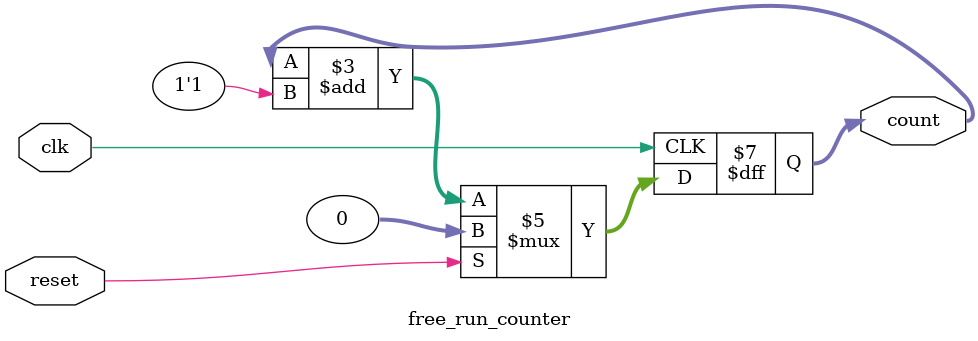
<source format=v>
/*
  Copyright (c) 2018, miya
  All rights reserved.

  Redistribution and use in source and binary forms, with or without modification, are permitted provided that the following conditions are met:

  1. Redistributions of source code must retain the above copyright notice, this list of conditions and the following disclaimer.

  2. Redistributions in binary form must reproduce the above copyright notice, this list of conditions and the following disclaimer in the documentation and/or other materials provided with the distribution.

  THIS SOFTWARE IS PROVIDED BY THE COPYRIGHT HOLDERS AND CONTRIBUTORS "AS IS" AND ANY EXPRESS OR IMPLIED WARRANTIES, INCLUDING, BUT NOT LIMITED TO, THE IMPLIED WARRANTIES OF MERCHANTABILITY AND FITNESS FOR A PARTICULAR PURPOSE ARE DISCLAIMED.
  IN NO EVENT SHALL THE COPYRIGHT OWNER OR CONTRIBUTORS BE LIABLE FOR ANY DIRECT, INDIRECT, INCIDENTAL, SPECIAL, EXEMPLARY, OR CONSEQUENTIAL DAMAGES (INCLUDING, BUT NOT LIMITED TO,
  PROCUREMENT OF SUBSTITUTE GOODS OR SERVICES; LOSS OF USE, DATA, OR PROFITS; OR BUSINESS INTERRUPTION) HOWEVER CAUSED AND ON ANY THEORY OF LIABILITY, WHETHER IN CONTRACT, STRICT LIABILITY, OR TORT (INCLUDING NEGLIGENCE OR OTHERWISE) ARISING IN ANY WAY OUT OF THE USE OF THIS SOFTWARE, EVEN IF ADVISED OF THE POSSIBILITY OF SUCH DAMAGE.
*/

module free_run_counter
  #(
    parameter WIDTH = 32
    )
  (
   input  clk,
   input  reset,
   output reg [WIDTH-1:0] count
   );

  localparam TRUE = 1'b1;
  localparam FALSE = 1'b0;
  localparam ONE = 1'd1;
  localparam ZERO = 1'd0;

  always @(posedge clk)
    begin
      if (reset == TRUE)
        begin
          count <= ZERO;
        end
      else
        begin
          count <= count + ONE;
        end
    end

endmodule

</source>
